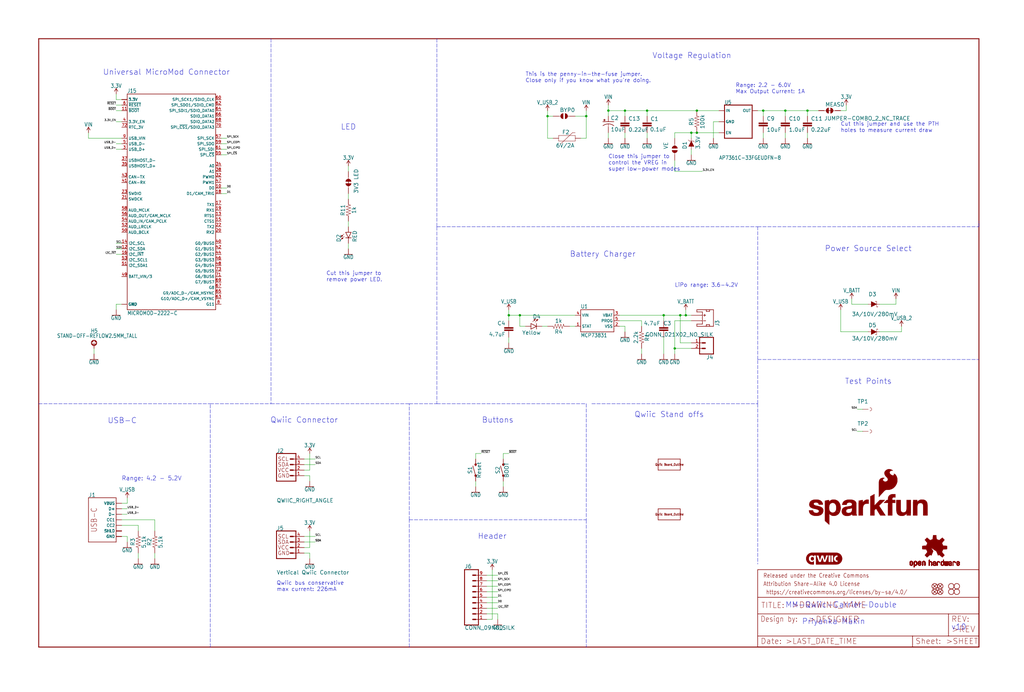
<source format=kicad_sch>
(kicad_sch (version 20211123) (generator eeschema)
  (paper "User" 470.306 317.906)
  (lib_symbols
    (symbol "eagleSchem-eagle-import:0.1UF-0603-25V-(+80{slash}-20%)"
      (property "Reference" "C" (at 1.524 2.921 0))
      (property "Value" "0.1UF-0603-25V-(+80{slash}-20%)" (at 1.524 -2.159 0))
      (symbol "0.1UF-0603-25V-(+80{slash}-20%)_1_0"
        (pin passive line (at 0 5.08 270) (length 2.54) (name "1") (number "1"))
        (pin passive line (at 0 -2.54 90) (length 2.54) (name "2") (number "2"))
      )
    )
    (symbol "eagleSchem-eagle-import:0.22UF-0603-25V-10%"
      (property "Reference" "C" (at 1.524 2.921 0))
      (property "Value" "0.22UF-0603-25V-10%" (at 1.524 -2.159 0))
      (symbol "0.22UF-0603-25V-10%_1_0"
        (pin passive line (at 0 5.08 270) (length 2.54) (name "1") (number "1"))
        (pin passive line (at 0 -2.54 90) (length 2.54) (name "2") (number "2"))
      )
    )
    (symbol "eagleSchem-eagle-import:1.0UF-0603-16V-10%"
      (property "Reference" "C" (at 1.524 2.921 0))
      (property "Value" "1.0UF-0603-16V-10%" (at 1.524 -2.159 0))
      (symbol "1.0UF-0603-16V-10%_1_0"
        (pin passive line (at 0 5.08 270) (length 2.54) (name "1") (number "1"))
        (pin passive line (at 0 -2.54 90) (length 2.54) (name "2") (number "2"))
      )
    )
    (symbol "eagleSchem-eagle-import:100KOHM-0603-1{slash}10W-1%"
      (property "Reference" "R" (at 0 1.524 0))
      (property "Value" "100KOHM-0603-1{slash}10W-1%" (at 0 -1.524 0))
      (symbol "100KOHM-0603-1{slash}10W-1%_1_0"
        (pin passive line (at -5.08 0 0) (length 2.54) (name "1") (number "1"))
        (pin passive line (at 5.08 0 180) (length 2.54) (name "2") (number "2"))
      )
    )
    (symbol "eagleSchem-eagle-import:10UF-0603-6.3V-20%"
      (property "Reference" "C" (at 1.524 2.921 0))
      (property "Value" "10UF-0603-6.3V-20%" (at 1.524 -2.159 0))
      (symbol "10UF-0603-6.3V-20%_1_0"
        (pin passive line (at 0 5.08 270) (length 2.54) (name "1") (number "1"))
        (pin passive line (at 0 -2.54 90) (length 2.54) (name "2") (number "2"))
      )
    )
    (symbol "eagleSchem-eagle-import:10UF-POLAR-EIA3216-16V-10%(TANT)"
      (property "Reference" "C" (at 1.016 0.635 0))
      (property "Value" "10UF-POLAR-EIA3216-16V-10%(TANT)" (at 1.016 -4.191 0))
      (symbol "10UF-POLAR-EIA3216-16V-10%(TANT)_1_0"
        (pin passive line (at 0 2.54 270) (length 2.54) (name "+") (number "+"))
        (pin passive line (at 0 -5.08 90) (length 2.54) (name "-") (number "-"))
      )
    )
    (symbol "eagleSchem-eagle-import:1KOHM-0603-1{slash}10W-1%"
      (property "Reference" "R" (at 0 1.524 0))
      (property "Value" "1KOHM-0603-1{slash}10W-1%" (at 0 -1.524 0))
      (symbol "1KOHM-0603-1{slash}10W-1%_1_0"
        (pin passive line (at -5.08 0 0) (length 2.54) (name "1") (number "1"))
        (pin passive line (at 5.08 0 180) (length 2.54) (name "2") (number "2"))
      )
    )
    (symbol "eagleSchem-eagle-import:2.2KOHM-0603-1{slash}10W-1%"
      (property "Reference" "R" (at 0 1.524 0))
      (property "Value" "2.2KOHM-0603-1{slash}10W-1%" (at 0 -1.524 0))
      (symbol "2.2KOHM-0603-1{slash}10W-1%_1_0"
        (pin passive line (at -5.08 0 0) (length 2.54) (name "1") (number "1"))
        (pin passive line (at 5.08 0 180) (length 2.54) (name "2") (number "2"))
      )
    )
    (symbol "eagleSchem-eagle-import:3.3V" (power)
      (property "Value" "3.3V" (at 0 2.794 0))
      (symbol "3.3V_1_0"
        (pin power_in line (at 0 0 90) (length 2.54) (name "3.3V") (number "1"))
      )
    )
    (symbol "eagleSchem-eagle-import:4.7UF-0603-35V-(20%)"
      (property "Reference" "C" (at 1.524 2.921 0))
      (property "Value" "4.7UF-0603-35V-(20%)" (at 1.524 -2.159 0))
      (symbol "4.7UF-0603-35V-(20%)_1_0"
        (pin passive line (at 0 5.08 270) (length 2.54) (name "1") (number "1"))
        (pin passive line (at 0 -2.54 90) (length 2.54) (name "2") (number "2"))
      )
    )
    (symbol "eagleSchem-eagle-import:5.1KOHM5.1KOHM-0603-1{slash}10W-1%"
      (property "Reference" "R" (at 0 1.524 0))
      (property "Value" "5.1KOHM5.1KOHM-0603-1{slash}10W-1%" (at 0 -1.524 0))
      (symbol "5.1KOHM5.1KOHM-0603-1{slash}10W-1%_1_0"
        (pin passive line (at -5.08 0 0) (length 2.54) (name "1") (number "1"))
        (pin passive line (at 5.08 0 180) (length 2.54) (name "2") (number "2"))
      )
    )
    (symbol "eagleSchem-eagle-import:AP7361C-33FGEUDFN-8"
      (property "Reference" "U" (at -7.62 7.874 0))
      (property "Value" "AP7361C-33FGEUDFN-8" (at -7.62 -7.874 0))
      (symbol "AP7361C-33FGEUDFN-8_1_0"
        (pin output line (at 7.62 5.08 180) (length 2.54) (name "OUT") (number "1"))
        (pin input line (at -10.16 0 0) (length 2.54) (name "GND") (number "4"))
        (pin bidirectional line (at -10.16 -5.08 0) (length 2.54) (name "EN") (number "5"))
        (pin input line (at -10.16 5.08 0) (length 2.54) (name "IN") (number "8"))
        (pin input line (at -10.16 0 0) (length 2.54) (name "GND") (number "EP"))
      )
    )
    (symbol "eagleSchem-eagle-import:CONN_021X02_NO_SILK"
      (property "Reference" "J" (at -2.54 5.588 0))
      (property "Value" "CONN_021X02_NO_SILK" (at -2.54 -4.826 0))
      (symbol "CONN_021X02_NO_SILK_1_0"
        (pin passive line (at 7.62 0 180) (length 5.08) (name "1") (number "1"))
        (pin passive line (at 7.62 2.54 180) (length 5.08) (name "2") (number "2"))
      )
    )
    (symbol "eagleSchem-eagle-import:CONN_09NO_SILK"
      (property "Reference" "J" (at 0 13.208 0))
      (property "Value" "CONN_09NO_SILK" (at 0 -14.986 0))
      (symbol "CONN_09NO_SILK_1_0"
        (pin passive line (at 10.16 -10.16 180) (length 5.08) (name "1") (number "1"))
        (pin passive line (at 10.16 -7.62 180) (length 5.08) (name "2") (number "2"))
        (pin passive line (at 10.16 -5.08 180) (length 5.08) (name "3") (number "3"))
        (pin passive line (at 10.16 -2.54 180) (length 5.08) (name "4") (number "4"))
        (pin passive line (at 10.16 0 180) (length 5.08) (name "5") (number "5"))
        (pin passive line (at 10.16 2.54 180) (length 5.08) (name "6") (number "6"))
        (pin passive line (at 10.16 5.08 180) (length 5.08) (name "7") (number "7"))
        (pin passive line (at 10.16 7.62 180) (length 5.08) (name "8") (number "8"))
        (pin passive line (at 10.16 10.16 180) (length 5.08) (name "9") (number "9"))
      )
    )
    (symbol "eagleSchem-eagle-import:DIODE-SCHOTTKY-BAT60A"
      (property "Reference" "D" (at -2.54 2.032 0))
      (property "Value" "DIODE-SCHOTTKY-BAT60A" (at -2.54 -2.032 0))
      (symbol "DIODE-SCHOTTKY-BAT60A_1_0"
        (pin passive line (at -2.54 0 0) (length 0) (name "A") (number "A"))
        (pin passive line (at 2.54 0 180) (length 0) (name "C") (number "C"))
      )
    )
    (symbol "eagleSchem-eagle-import:DIODE-ZENER-MM3Z3V3T1G"
      (property "Reference" "D" (at -2.54 2.032 0))
      (property "Value" "DIODE-ZENER-MM3Z3V3T1G" (at -2.54 -2.032 0))
      (symbol "DIODE-ZENER-MM3Z3V3T1G_1_0"
        (pin passive line (at -2.54 0 0) (length 0) (name "A") (number "A"))
        (pin passive line (at 2.54 0 180) (length 0) (name "C") (number "C"))
      )
    )
    (symbol "eagleSchem-eagle-import:FIDUCIALUFIDUCIAL")
    (symbol "eagleSchem-eagle-import:FRAME-LEDGER"
      (symbol "FRAME-LEDGER_2_0"
        (text " https://creativecommons.org/licenses/by-sa/4.0/" (at 2.54 24.13 0) (effects (font (size 1.9304 1.6408)) (justify left bottom)))
        (text ">DESIGNER" (at 23.114 11.176 0) (effects (font (size 2.7432 2.7432)) (justify left bottom)))
        (text ">DRAWING_NAME" (at 15.494 17.78 0) (effects (font (size 2.7432 2.7432)) (justify left bottom)))
        (text ">LAST_DATE_TIME" (at 12.7 1.27 0) (effects (font (size 2.54 2.54)) (justify left bottom)))
        (text ">REV" (at 88.9 6.604 0) (effects (font (size 2.7432 2.7432)) (justify left bottom)))
        (text ">SHEET" (at 86.36 1.27 0) (effects (font (size 2.54 2.54)) (justify left bottom)))
        (text "Attribution Share-Alike 4.0 License" (at 2.54 27.94 0) (effects (font (size 1.9304 1.6408)) (justify left bottom)))
        (text "Date:" (at 1.27 1.27 0) (effects (font (size 2.54 2.54)) (justify left bottom)))
        (text "Design by:" (at 1.27 11.43 0) (effects (font (size 2.54 2.159)) (justify left bottom)))
        (text "Released under the Creative Commons" (at 2.54 31.75 0) (effects (font (size 1.9304 1.6408)) (justify left bottom)))
        (text "REV:" (at 88.9 11.43 0) (effects (font (size 2.54 2.54)) (justify left bottom)))
        (text "Sheet:" (at 72.39 1.27 0) (effects (font (size 2.54 2.54)) (justify left bottom)))
        (text "TITLE:" (at 1.524 17.78 0) (effects (font (size 2.54 2.54)) (justify left bottom)))
      )
    )
    (symbol "eagleSchem-eagle-import:GND" (power)
      (property "Value" "GND" (at 0 -0.254 0))
      (symbol "GND_1_0"
        (pin power_in line (at 0 2.54 270) (length 2.54) (name "GND") (number "1"))
      )
    )
    (symbol "eagleSchem-eagle-import:JST_2MM_MALE"
      (property "Reference" "J" (at -2.54 5.842 0))
      (symbol "JST_2MM_MALE_1_0"
        (pin bidirectional line (at 0 -5.08 90) (length 5.08) (name "-") (number "1"))
        (pin bidirectional line (at 2.54 -5.08 90) (length 5.08) (name "+") (number "2"))
        (pin bidirectional line (at -2.54 2.54 90) (length 0) (name "PAD1") (number "NC1"))
        (pin bidirectional line (at 5.08 2.54 90) (length 0) (name "PAD2") (number "NC2"))
      )
    )
    (symbol "eagleSchem-eagle-import:JUMPER-COMBO_2_NC_TRACE"
      (property "Reference" "JP" (at -2.54 2.54 0))
      (property "Value" "JUMPER-COMBO_2_NC_TRACE" (at -2.54 -2.54 0))
      (symbol "JUMPER-COMBO_2_NC_TRACE_1_0"
        (pin passive line (at -5.08 0 0) (length 2.54) (name "1") (number "1"))
        (pin passive line (at 5.08 0 180) (length 2.54) (name "2") (number "2"))
        (pin passive line (at -5.08 0 0) (length 2.54) (name "1") (number "3"))
        (pin passive line (at 5.08 0 180) (length 2.54) (name "2") (number "4"))
      )
    )
    (symbol "eagleSchem-eagle-import:JUMPER-SMT_2_NC_TRACE_SILK"
      (property "Reference" "JP" (at -2.54 2.54 0))
      (property "Value" "JUMPER-SMT_2_NC_TRACE_SILK" (at -2.54 -2.54 0))
      (symbol "JUMPER-SMT_2_NC_TRACE_SILK_1_0"
        (pin passive line (at -5.08 0 0) (length 2.54) (name "1") (number "1"))
        (pin passive line (at 5.08 0 180) (length 2.54) (name "2") (number "2"))
      )
    )
    (symbol "eagleSchem-eagle-import:JUMPER-SMT_2_NO_SILK"
      (property "Reference" "JP" (at -2.54 2.54 0))
      (property "Value" "JUMPER-SMT_2_NO_SILK" (at -2.54 -2.54 0))
      (symbol "JUMPER-SMT_2_NO_SILK_1_0"
        (pin passive line (at -5.08 0 0) (length 2.54) (name "1") (number "1"))
        (pin passive line (at 5.08 0 180) (length 2.54) (name "2") (number "2"))
      )
    )
    (symbol "eagleSchem-eagle-import:LED-RED0603"
      (property "Reference" "D" (at -3.429 -4.572 90))
      (property "Value" "LED-RED0603" (at 1.905 -4.572 90))
      (symbol "LED-RED0603_1_0"
        (pin passive line (at 0 2.54 270) (length 2.54) (name "A") (number "A"))
        (pin passive line (at 0 -5.08 90) (length 2.54) (name "C") (number "C"))
      )
    )
    (symbol "eagleSchem-eagle-import:LED-YELLOW0603"
      (property "Reference" "D" (at -3.429 -4.572 90))
      (property "Value" "LED-YELLOW0603" (at 1.905 -4.572 90))
      (symbol "LED-YELLOW0603_1_0"
        (pin passive line (at 0 2.54 270) (length 2.54) (name "A") (number "A"))
        (pin passive line (at 0 -5.08 90) (length 2.54) (name "C") (number "C"))
      )
    )
    (symbol "eagleSchem-eagle-import:MCP73831"
      (property "Reference" "U" (at -7.62 5.588 0))
      (property "Value" "MCP73831" (at -7.62 -7.62 0))
      (symbol "MCP73831_1_0"
        (pin output line (at -10.16 -2.54 0) (length 2.54) (name "STAT") (number "1"))
        (pin power_in line (at 10.16 -2.54 180) (length 2.54) (name "VSS") (number "2"))
        (pin power_in line (at 10.16 2.54 180) (length 2.54) (name "VBAT") (number "3"))
        (pin power_in line (at -10.16 2.54 0) (length 2.54) (name "VIN") (number "4"))
        (pin input line (at 10.16 0 180) (length 2.54) (name "PROG") (number "5"))
      )
    )
    (symbol "eagleSchem-eagle-import:MICROMOD-2222-C"
      (property "Reference" "J" (at -20.32 53.848 0))
      (property "Value" "MICROMOD-2222-C" (at -20.32 -48.26 0))
      (symbol "MICROMOD-2222-C_1_0"
        (pin bidirectional line (at -22.86 -43.18 0) (length 2.54) (name "GND") (number "1"))
        (pin bidirectional line (at 22.86 10.16 180) (length 2.54) (name "D0") (number "10"))
        (pin bidirectional line (at -22.86 45.72 0) (length 2.54) (name "~{BOOT}") (number "11"))
        (pin bidirectional line (at -22.86 -17.78 0) (length 2.54) (name "I2C_SDA") (number "12"))
        (pin bidirectional line (at 22.86 -2.54 180) (length 2.54) (name "RTS1") (number "13"))
        (pin bidirectional line (at -22.86 -15.24 0) (length 2.54) (name "I2C_SCL") (number "14"))
        (pin bidirectional line (at 22.86 -5.08 180) (length 2.54) (name "CTS1") (number "15"))
        (pin bidirectional line (at -22.86 -20.32 0) (length 2.54) (name "I2C_~{INT}") (number "16"))
        (pin bidirectional line (at 22.86 2.54 180) (length 2.54) (name "TX1") (number "17"))
        (pin bidirectional line (at 22.86 7.62 180) (length 2.54) (name "D1/CAM_TRIG") (number "18"))
        (pin bidirectional line (at 22.86 0 180) (length 2.54) (name "RX1") (number "19"))
        (pin bidirectional line (at -22.86 50.8 0) (length 2.54) (name "3.3V") (number "2"))
        (pin bidirectional line (at 22.86 -10.16 180) (length 2.54) (name "RX2") (number "20"))
        (pin bidirectional line (at -22.86 5.08 0) (length 2.54) (name "SWDCK") (number "21"))
        (pin bidirectional line (at 22.86 -7.62 180) (length 2.54) (name "TX2") (number "22"))
        (pin bidirectional line (at -22.86 7.62 0) (length 2.54) (name "SWDIO") (number "23"))
        (pin bidirectional line (at -22.86 27.94 0) (length 2.54) (name "USB_D+") (number "3"))
        (pin bidirectional line (at 22.86 15.24 180) (length 2.54) (name "PWM0") (number "32"))
        (pin bidirectional line (at -22.86 -43.18 0) (length 2.54) (name "GND") (number "33"))
        (pin bidirectional line (at 22.86 20.32 180) (length 2.54) (name "A0") (number "34"))
        (pin bidirectional line (at -22.86 20.32 0) (length 2.54) (name "USBHOST_D+") (number "35"))
        (pin bidirectional line (at -22.86 -43.18 0) (length 2.54) (name "GND") (number "36"))
        (pin bidirectional line (at -22.86 22.86 0) (length 2.54) (name "USBHOST_D-") (number "37"))
        (pin bidirectional line (at 22.86 17.78 180) (length 2.54) (name "A1") (number "38"))
        (pin bidirectional line (at -22.86 -43.18 0) (length 2.54) (name "GND") (number "39"))
        (pin bidirectional line (at -22.86 40.64 0) (length 2.54) (name "3.3V_EN") (number "4"))
        (pin bidirectional line (at 22.86 -15.24 180) (length 2.54) (name "G0/BUS0") (number "40"))
        (pin bidirectional line (at -22.86 12.7 0) (length 2.54) (name "CAN-RX") (number "41"))
        (pin bidirectional line (at 22.86 -17.78 180) (length 2.54) (name "G1/BUS1") (number "42"))
        (pin bidirectional line (at -22.86 15.24 0) (length 2.54) (name "CAN-TX") (number "43"))
        (pin bidirectional line (at 22.86 -20.32 180) (length 2.54) (name "G2/BUS2") (number "44"))
        (pin bidirectional line (at -22.86 -43.18 0) (length 2.54) (name "GND") (number "45"))
        (pin bidirectional line (at 22.86 -22.86 180) (length 2.54) (name "G3/BUS3") (number "46"))
        (pin bidirectional line (at 22.86 12.7 180) (length 2.54) (name "PWM1") (number "47"))
        (pin bidirectional line (at 22.86 -25.4 180) (length 2.54) (name "G4/BUS4") (number "48"))
        (pin bidirectional line (at -22.86 -30.48 0) (length 2.54) (name "BATT_VIN/3") (number "49"))
        (pin bidirectional line (at -22.86 30.48 0) (length 2.54) (name "USB_D-") (number "5"))
        (pin bidirectional line (at -22.86 -10.16 0) (length 2.54) (name "AUD_BCLK") (number "50"))
        (pin bidirectional line (at -22.86 -25.4 0) (length 2.54) (name "I2C_SDA1") (number "51"))
        (pin bidirectional line (at -22.86 -7.62 0) (length 2.54) (name "AUD_LRCLK") (number "52"))
        (pin bidirectional line (at -22.86 -22.86 0) (length 2.54) (name "I2C_SCL1") (number "53"))
        (pin bidirectional line (at -22.86 -5.08 0) (length 2.54) (name "AUD_IN/CAM_PCLK") (number "54"))
        (pin bidirectional line (at 22.86 25.4 180) (length 2.54) (name "SPI_~{CS}") (number "55"))
        (pin bidirectional line (at -22.86 -2.54 0) (length 2.54) (name "AUD_OUT/CAM_MCLK") (number "56"))
        (pin bidirectional line (at 22.86 33.02 180) (length 2.54) (name "SPI_SCK") (number "57"))
        (pin bidirectional line (at -22.86 0 0) (length 2.54) (name "AUD_MCLK") (number "58"))
        (pin bidirectional line (at 22.86 30.48 180) (length 2.54) (name "SPI_SDO") (number "59"))
        (pin bidirectional line (at -22.86 48.26 0) (length 2.54) (name "~{RESET}") (number "6"))
        (pin bidirectional line (at 22.86 50.8 180) (length 2.54) (name "SPI_SCK1/SDIO_CLK") (number "60"))
        (pin bidirectional line (at 22.86 27.94 180) (length 2.54) (name "SPI_SDI") (number "61"))
        (pin bidirectional line (at 22.86 48.26 180) (length 2.54) (name "SPI_SDO1/SDIO_CMD") (number "62"))
        (pin bidirectional line (at 22.86 -40.64 180) (length 2.54) (name "G10/ADC_D+/CAM_VSYNC") (number "63"))
        (pin bidirectional line (at 22.86 45.72 180) (length 2.54) (name "SPI_SDI1/SDIO_DATA0") (number "64"))
        (pin bidirectional line (at 22.86 -38.1 180) (length 2.54) (name "G9/ADC_D-/CAM_HSYNC") (number "65"))
        (pin bidirectional line (at 22.86 43.18 180) (length 2.54) (name "SDIO_DATA1") (number "66"))
        (pin bidirectional line (at 22.86 -35.56 180) (length 2.54) (name "G8") (number "67"))
        (pin bidirectional line (at 22.86 40.64 180) (length 2.54) (name "SDIO_DATA2") (number "68"))
        (pin bidirectional line (at 22.86 -33.02 180) (length 2.54) (name "G7/BUS7") (number "69"))
        (pin bidirectional line (at -22.86 -43.18 0) (length 2.54) (name "GND") (number "7"))
        (pin bidirectional line (at 22.86 38.1 180) (length 2.54) (name "SPI_~{CS1}/SDIO_DATA3") (number "70"))
        (pin bidirectional line (at 22.86 -30.48 180) (length 2.54) (name "G6/BUS6") (number "71"))
        (pin bidirectional line (at -22.86 38.1 0) (length 2.54) (name "RTC_3V") (number "72"))
        (pin bidirectional line (at 22.86 -27.94 180) (length 2.54) (name "G5/BUS5") (number "73"))
        (pin bidirectional line (at -22.86 50.8 0) (length 2.54) (name "3.3V") (number "74"))
        (pin bidirectional line (at -22.86 -43.18 0) (length 2.54) (name "GND") (number "75"))
        (pin bidirectional line (at 22.86 -43.18 180) (length 2.54) (name "G11") (number "8"))
        (pin bidirectional line (at -22.86 33.02 0) (length 2.54) (name "USB_VIN") (number "9"))
      )
    )
    (symbol "eagleSchem-eagle-import:MOMENTARY-SWITCH-SPST-SMD-5.2-TALL-REDUNDANT"
      (property "Reference" "S" (at 0 1.524 0))
      (property "Value" "MOMENTARY-SWITCH-SPST-SMD-5.2-TALL-REDUNDANT" (at 0 -0.508 0))
      (symbol "MOMENTARY-SWITCH-SPST-SMD-5.2-TALL-REDUNDANT_1_0"
        (pin passive line (at -5.08 0 0) (length 2.54) (name "1") (number "1"))
        (pin passive line (at -5.08 0 0) (length 2.54) (name "1") (number "2"))
        (pin passive line (at 5.08 0 180) (length 2.54) (name "2") (number "3"))
        (pin passive line (at 5.08 0 180) (length 2.54) (name "2") (number "4"))
      )
    )
    (symbol "eagleSchem-eagle-import:OSHW-LOGOM")
    (symbol "eagleSchem-eagle-import:PPTC_6V2A"
      (property "Reference" "F" (at 1.905 3.175 0))
      (property "Value" "PPTC_6V2A" (at 1.27 -2.794 0))
      (symbol "PPTC_6V2A_1_0"
        (pin bidirectional line (at -5.08 0 0) (length 2.54) (name "1") (number "1"))
        (pin bidirectional line (at 7.62 0 180) (length 2.54) (name "2") (number "2"))
      )
    )
    (symbol "eagleSchem-eagle-import:QWIIC_BOARD_OUTLINESTANDOFF"
      (symbol "QWIIC_BOARD_OUTLINESTANDOFF_1_0"
        (text "Qwiic Board_Outline" (at 0.127 0 0) (effects (font (size 1.016 0.8636) (thickness 0.1727) bold)))
      )
    )
    (symbol "eagleSchem-eagle-import:QWIIC_CONNECTOR"
      (property "Reference" "J" (at -5.08 7.874 0))
      (property "Value" "QWIIC_CONNECTOR" (at -5.08 -5.334 0))
      (symbol "QWIIC_CONNECTOR_1_0"
        (text "GND" (at -4.572 -2.54 0) (effects (font (size 1.778 1.778)) (justify left)))
        (text "SCL" (at -4.572 5.08 0) (effects (font (size 1.778 1.778)) (justify left)))
        (text "SDA" (at -4.572 2.54 0) (effects (font (size 1.778 1.778)) (justify left)))
        (text "VCC" (at -4.572 0 0) (effects (font (size 1.778 1.778)) (justify left)))
        (pin power_in line (at 7.62 -2.54 180) (length 5.08) (name "1") (number "1"))
        (pin power_in line (at 7.62 0 180) (length 5.08) (name "2") (number "2"))
        (pin passive line (at 7.62 2.54 180) (length 5.08) (name "3") (number "3"))
        (pin passive line (at 7.62 5.08 180) (length 5.08) (name "4") (number "4"))
      )
    )
    (symbol "eagleSchem-eagle-import:QWIIC_CONNECTORJS-1MM"
      (property "Reference" "J" (at -5.08 7.874 0))
      (property "Value" "QWIIC_CONNECTORJS-1MM" (at -5.08 -5.334 0))
      (symbol "QWIIC_CONNECTORJS-1MM_1_0"
        (text "GND" (at -4.572 -2.54 0) (effects (font (size 1.778 1.778)) (justify left)))
        (text "SCL" (at -4.572 5.08 0) (effects (font (size 1.778 1.778)) (justify left)))
        (text "SDA" (at -4.572 2.54 0) (effects (font (size 1.778 1.778)) (justify left)))
        (text "VCC" (at -4.572 0 0) (effects (font (size 1.778 1.778)) (justify left)))
        (pin power_in line (at 7.62 -2.54 180) (length 5.08) (name "1") (number "1"))
        (pin power_in line (at 7.62 0 180) (length 5.08) (name "2") (number "2"))
        (pin passive line (at 7.62 2.54 180) (length 5.08) (name "3") (number "3"))
        (pin passive line (at 7.62 5.08 180) (length 5.08) (name "4") (number "4"))
      )
    )
    (symbol "eagleSchem-eagle-import:QWIIC_LOGO_CONNECTOR")
    (symbol "eagleSchem-eagle-import:SFE_LOGO_NAME_FLAME.2_INCH")
    (symbol "eagleSchem-eagle-import:STAND-OFF")
    (symbol "eagleSchem-eagle-import:STAND-OFF-REFLOW2.5MM_TALL"
      (property "Reference" "H" (at -2.54 2.54 0))
      (property "Value" "STAND-OFF-REFLOW2.5MM_TALL" (at 2.54 0 0))
      (symbol "STAND-OFF-REFLOW2.5MM_TALL_1_0"
        (pin bidirectional line (at 0 -2.54 90) (length 2.54) (name "1") (number "1"))
      )
    )
    (symbol "eagleSchem-eagle-import:TEST-POINT3X5"
      (property "Reference" "TP" (at -2.54 2.54 0))
      (property "Value" "TEST-POINT3X5" (at -2.54 -2.54 0))
      (symbol "TEST-POINT3X5_1_0"
        (pin bidirectional line (at 0 0 180) (length 0) (name "1") (number "P$1"))
      )
    )
    (symbol "eagleSchem-eagle-import:USB_C_2-LAYER_PADS"
      (property "Reference" "J" (at -2.54 10.414 0))
      (property "Value" "USB_C_2-LAYER_PADS" (at -2.54 -12.446 0))
      (symbol "USB_C_2-LAYER_PADS_1_0"
        (text "USB-C" (at 0 0 900) (effects (font (size 2.54 2.159))))
        (pin bidirectional line (at 12.7 0 180) (length 2.54) (name "CC1") (number "A5"))
        (pin bidirectional line (at 12.7 5.08 180) (length 2.54) (name "D+") (number "A6"))
        (pin bidirectional line (at 12.7 2.54 180) (length 2.54) (name "D-") (number "A7"))
        (pin bidirectional line (at 12.7 -2.54 180) (length 2.54) (name "CC2") (number "B5"))
        (pin bidirectional line (at 12.7 5.08 180) (length 2.54) (name "D+") (number "B6"))
        (pin bidirectional line (at 12.7 2.54 180) (length 2.54) (name "D-") (number "B7"))
        (pin bidirectional line (at 12.7 -7.62 180) (length 2.54) (name "GND") (number "GND"))
        (pin bidirectional line (at 12.7 -7.62 180) (length 2.54) (name "GND") (number "GND2"))
        (pin bidirectional line (at 12.7 -5.08 180) (length 2.54) (name "SHLD") (number "SHLD1"))
        (pin bidirectional line (at 12.7 -5.08 180) (length 2.54) (name "SHLD") (number "SHLD2"))
        (pin bidirectional line (at 12.7 -5.08 180) (length 2.54) (name "SHLD") (number "SHLD3"))
        (pin bidirectional line (at 12.7 -5.08 180) (length 2.54) (name "SHLD") (number "SHLD4"))
        (pin bidirectional line (at 12.7 7.62 180) (length 2.54) (name "VBUS") (number "VBUS1"))
        (pin bidirectional line (at 12.7 7.62 180) (length 2.54) (name "VBUS") (number "VBUS2"))
      )
    )
    (symbol "eagleSchem-eagle-import:VIN" (power)
      (property "Value" "VIN" (at 0 2.794 0))
      (symbol "VIN_1_0"
        (pin power_in line (at 0 0 90) (length 2.54) (name "VIN") (number "1"))
      )
    )
    (symbol "eagleSchem-eagle-import:V_BATT" (power)
      (property "Value" "V_BATT" (at 0 2.794 0))
      (symbol "V_BATT_1_0"
        (pin power_in line (at 0 0 90) (length 2.54) (name "V_BATT") (number "1"))
      )
    )
    (symbol "eagleSchem-eagle-import:V_USB" (power)
      (property "Value" "V_USB" (at 0 2.794 0))
      (symbol "V_USB_1_0"
        (pin power_in line (at 0 0 90) (length 2.54) (name "V_USB") (number "1"))
      )
    )
    (symbol "eagleSchem-eagle-import:V_USB_2" (power)
      (property "Value" "V_USB_2" (at 0 2.794 0))
      (symbol "V_USB_2_1_0"
        (pin power_in line (at 0 0 90) (length 2.54) (name "V_USB_2") (number "1"))
      )
    )
  )
  (junction (at 370.84 50.8))
  (junction (at 312.42 144.78))
  (junction (at 251.46 53.34))
  (junction (at 297.18 50.8))
  (junction (at 350.52 50.8))
  (junction (at 314.96 144.78))
  (junction (at 287.02 50.8))
  (junction (at 317.5 60.96))
  (junction (at 309.88 160.02))
  (junction (at 233.68 144.78))
  (junction (at 304.8 144.78))
  (junction (at 238.76 144.78))
  (junction (at 320.04 60.96))
  (junction (at 320.04 50.8))
  (junction (at 360.68 50.8))
  (junction (at 279.4 50.8))
  (junction (at 269.24 53.34))
  (wire (pts (xy 218.44 220.98) (xy 218.44 223.52)))
  (polyline (pts (xy 124.46 17.78) (xy 124.46 185.42)))
  (wire (pts (xy 287.02 149.86) (xy 287.02 152.4)))
  (wire (pts (xy 279.4 63.5) (xy 279.4 60.96)))
  (wire (pts (xy 330.2 60.96) (xy 320.04 60.96)))
  (wire (pts (xy 309.88 78.74) (xy 322.58 78.74)))
  (wire (pts (xy 231.14 223.52) (xy 231.14 220.98)))
  (polyline (pts (xy 124.46 185.42) (xy 187.96 185.42)))
  (wire (pts (xy 55.88 55.88) (xy 53.34 55.88)))
  (wire (pts (xy 304.8 154.94) (xy 304.8 162.56)))
  (wire (pts (xy 58.42 231.14) (xy 58.42 228.6)))
  (wire (pts (xy 314.96 144.78) (xy 317.5 144.78)))
  (wire (pts (xy 370.84 50.8) (xy 360.68 50.8)))
  (wire (pts (xy 63.5 256.54) (xy 63.5 254)))
  (wire (pts (xy 411.48 139.7) (xy 411.48 137.16)))
  (wire (pts (xy 391.16 139.7) (xy 391.16 137.16)))
  (wire (pts (xy 360.68 50.8) (xy 350.52 50.8)))
  (polyline (pts (xy 269.24 238.76) (xy 269.24 297.18)))
  (wire (pts (xy 55.88 236.22) (xy 58.42 236.22)))
  (wire (pts (xy 350.52 50.8) (xy 347.98 50.8)))
  (wire (pts (xy 238.76 149.86) (xy 238.76 144.78)))
  (wire (pts (xy 251.46 53.34) (xy 251.46 50.8)))
  (wire (pts (xy 226.06 284.48) (xy 226.06 261.62)))
  (polyline (pts (xy 17.78 185.42) (xy 96.52 185.42)))
  (polyline (pts (xy 187.96 185.42) (xy 200.66 185.42)))
  (wire (pts (xy 251.46 53.34) (xy 251.46 63.5)))
  (wire (pts (xy 261.62 149.86) (xy 264.16 149.86)))
  (wire (pts (xy 142.24 218.44) (xy 142.24 220.98)))
  (wire (pts (xy 312.42 157.48) (xy 312.42 144.78)))
  (wire (pts (xy 220.98 208.28) (xy 218.44 208.28)))
  (wire (pts (xy 350.52 63.5) (xy 350.52 60.96)))
  (polyline (pts (xy 200.66 185.42) (xy 269.24 185.42)))
  (wire (pts (xy 254 53.34) (xy 251.46 53.34)))
  (wire (pts (xy 55.88 111.76) (xy 53.34 111.76)))
  (wire (pts (xy 386.08 152.4) (xy 386.08 142.24)))
  (wire (pts (xy 223.52 264.16) (xy 228.6 264.16)))
  (wire (pts (xy 287.02 63.5) (xy 287.02 60.96)))
  (wire (pts (xy 398.78 139.7) (xy 391.16 139.7)))
  (wire (pts (xy 317.5 157.48) (xy 312.42 157.48)))
  (wire (pts (xy 269.24 53.34) (xy 269.24 50.8)))
  (wire (pts (xy 101.6 66.04) (xy 104.14 66.04)))
  (wire (pts (xy 160.02 114.3) (xy 160.02 111.76)))
  (wire (pts (xy 55.88 233.68) (xy 58.42 233.68)))
  (wire (pts (xy 223.52 269.24) (xy 228.6 269.24)))
  (wire (pts (xy 231.14 210.82) (xy 231.14 208.28)))
  (polyline (pts (xy 449.58 104.14) (xy 449.58 101.6)))
  (wire (pts (xy 233.68 154.94) (xy 233.68 157.48)))
  (wire (pts (xy 55.88 241.3) (xy 63.5 241.3)))
  (wire (pts (xy 309.88 160.02) (xy 309.88 162.56)))
  (wire (pts (xy 284.48 147.32) (xy 294.64 147.32)))
  (wire (pts (xy 139.7 251.46) (xy 142.24 251.46)))
  (wire (pts (xy 233.68 147.32) (xy 233.68 144.78)))
  (wire (pts (xy 40.64 63.5) (xy 40.64 60.96)))
  (wire (pts (xy 43.18 162.56) (xy 43.18 160.02)))
  (wire (pts (xy 160.02 91.44) (xy 160.02 88.9)))
  (wire (pts (xy 370.84 63.5) (xy 370.84 60.96)))
  (wire (pts (xy 63.5 241.3) (xy 63.5 243.84)))
  (wire (pts (xy 58.42 246.38) (xy 58.42 248.92)))
  (polyline (pts (xy 96.52 185.42) (xy 124.46 185.42)))
  (wire (pts (xy 320.04 50.8) (xy 297.18 50.8)))
  (wire (pts (xy 71.12 256.54) (xy 71.12 254)))
  (wire (pts (xy 309.88 60.96) (xy 317.5 60.96)))
  (wire (pts (xy 279.4 50.8) (xy 279.4 48.26)))
  (wire (pts (xy 101.6 88.9) (xy 104.14 88.9)))
  (polyline (pts (xy 347.98 185.42) (xy 347.98 165.1)))
  (polyline (pts (xy 347.98 165.1) (xy 449.58 165.1)))
  (wire (pts (xy 287.02 50.8) (xy 279.4 50.8)))
  (wire (pts (xy 317.5 63.5) (xy 317.5 60.96)))
  (wire (pts (xy 327.66 55.88) (xy 327.66 63.5)))
  (wire (pts (xy 55.88 48.26) (xy 53.34 48.26)))
  (wire (pts (xy 231.14 208.28) (xy 233.68 208.28)))
  (wire (pts (xy 317.5 60.96) (xy 320.04 60.96)))
  (polyline (pts (xy 187.96 297.18) (xy 187.96 238.76)))
  (wire (pts (xy 396.24 187.96) (xy 393.7 187.96)))
  (wire (pts (xy 330.2 50.8) (xy 320.04 50.8)))
  (wire (pts (xy 403.86 139.7) (xy 411.48 139.7)))
  (wire (pts (xy 238.76 144.78) (xy 233.68 144.78)))
  (polyline (pts (xy 96.52 297.18) (xy 96.52 185.42)))
  (wire (pts (xy 386.08 50.8) (xy 388.62 50.8)))
  (wire (pts (xy 279.4 53.34) (xy 279.4 50.8)))
  (polyline (pts (xy 200.66 104.14) (xy 347.98 104.14)))
  (wire (pts (xy 53.34 45.72) (xy 53.34 43.18)))
  (wire (pts (xy 223.52 274.32) (xy 228.6 274.32)))
  (wire (pts (xy 228.6 281.94) (xy 228.6 284.48)))
  (wire (pts (xy 314.96 142.24) (xy 314.96 144.78)))
  (wire (pts (xy 55.88 45.72) (xy 53.34 45.72)))
  (wire (pts (xy 160.02 104.14) (xy 160.02 101.6)))
  (wire (pts (xy 360.68 63.5) (xy 360.68 60.96)))
  (wire (pts (xy 223.52 266.7) (xy 228.6 266.7)))
  (wire (pts (xy 294.64 162.56) (xy 294.64 160.02)))
  (wire (pts (xy 309.88 73.66) (xy 309.88 78.74)))
  (wire (pts (xy 309.88 63.5) (xy 309.88 60.96)))
  (polyline (pts (xy 347.98 165.1) (xy 347.98 104.14)))
  (wire (pts (xy 139.7 248.92) (xy 144.78 248.92)))
  (wire (pts (xy 317.5 71.12) (xy 317.5 68.58)))
  (polyline (pts (xy 271.78 185.42) (xy 347.98 185.42)))
  (wire (pts (xy 297.18 53.34) (xy 297.18 50.8)))
  (wire (pts (xy 233.68 144.78) (xy 233.68 142.24)))
  (wire (pts (xy 284.48 144.78) (xy 304.8 144.78)))
  (wire (pts (xy 101.6 68.58) (xy 104.14 68.58)))
  (wire (pts (xy 139.7 210.82) (xy 144.78 210.82)))
  (wire (pts (xy 142.24 254) (xy 142.24 256.54)))
  (polyline (pts (xy 269.24 185.42) (xy 269.24 238.76)))
  (wire (pts (xy 139.7 215.9) (xy 142.24 215.9)))
  (wire (pts (xy 304.8 144.78) (xy 312.42 144.78)))
  (wire (pts (xy 266.7 63.5) (xy 269.24 63.5)))
  (wire (pts (xy 370.84 53.34) (xy 370.84 50.8)))
  (wire (pts (xy 139.7 218.44) (xy 142.24 218.44)))
  (wire (pts (xy 248.92 149.86) (xy 251.46 149.86)))
  (wire (pts (xy 414.02 152.4) (xy 403.86 152.4)))
  (wire (pts (xy 264.16 144.78) (xy 238.76 144.78)))
  (wire (pts (xy 223.52 281.94) (xy 228.6 281.94)))
  (wire (pts (xy 101.6 63.5) (xy 104.14 63.5)))
  (wire (pts (xy 139.7 213.36) (xy 144.78 213.36)))
  (wire (pts (xy 53.34 139.7) (xy 53.34 142.24)))
  (wire (pts (xy 330.2 55.88) (xy 327.66 55.88)))
  (wire (pts (xy 317.5 147.32) (xy 309.88 147.32)))
  (wire (pts (xy 55.88 114.3) (xy 53.34 114.3)))
  (wire (pts (xy 142.24 215.9) (xy 142.24 208.28)))
  (wire (pts (xy 297.18 50.8) (xy 287.02 50.8)))
  (wire (pts (xy 55.88 116.84) (xy 53.34 116.84)))
  (polyline (pts (xy 187.96 238.76) (xy 269.24 238.76)))
  (wire (pts (xy 304.8 147.32) (xy 304.8 144.78)))
  (wire (pts (xy 398.78 152.4) (xy 386.08 152.4)))
  (wire (pts (xy 312.42 144.78) (xy 314.96 144.78)))
  (wire (pts (xy 375.92 50.8) (xy 370.84 50.8)))
  (wire (pts (xy 241.3 149.86) (xy 238.76 149.86)))
  (wire (pts (xy 71.12 238.76) (xy 71.12 243.84)))
  (wire (pts (xy 223.52 271.78) (xy 228.6 271.78)))
  (wire (pts (xy 396.24 198.12) (xy 393.7 198.12)))
  (wire (pts (xy 101.6 86.36) (xy 104.14 86.36)))
  (wire (pts (xy 360.68 53.34) (xy 360.68 50.8)))
  (wire (pts (xy 251.46 63.5) (xy 254 63.5)))
  (wire (pts (xy 317.5 160.02) (xy 309.88 160.02)))
  (wire (pts (xy 55.88 139.7) (xy 53.34 139.7)))
  (wire (pts (xy 294.64 147.32) (xy 294.64 149.86)))
  (wire (pts (xy 309.88 147.32) (xy 309.88 160.02)))
  (wire (pts (xy 223.52 279.4) (xy 228.6 279.4)))
  (wire (pts (xy 284.48 149.86) (xy 287.02 149.86)))
  (wire (pts (xy 55.88 238.76) (xy 71.12 238.76)))
  (wire (pts (xy 55.88 63.5) (xy 40.64 63.5)))
  (wire (pts (xy 388.62 48.26) (xy 388.62 50.8)))
  (wire (pts (xy 55.88 66.04) (xy 53.34 66.04)))
  (wire (pts (xy 55.88 231.14) (xy 58.42 231.14)))
  (wire (pts (xy 287.02 50.8) (xy 287.02 53.34)))
  (wire (pts (xy 264.16 53.34) (xy 269.24 53.34)))
  (wire (pts (xy 139.7 254) (xy 142.24 254)))
  (polyline (pts (xy 347.98 185.42) (xy 347.98 259.08)))
  (wire (pts (xy 297.18 63.5) (xy 297.18 60.96)))
  (polyline (pts (xy 347.98 104.14) (xy 449.58 104.14)))
  (wire (pts (xy 101.6 71.12) (xy 104.14 71.12)))
  (polyline (pts (xy 200.66 104.14) (xy 200.66 185.42)))
  (wire (pts (xy 218.44 210.82) (xy 218.44 208.28)))
  (polyline (pts (xy 200.66 17.78) (xy 200.66 104.14)))
  (wire (pts (xy 350.52 53.34) (xy 350.52 50.8)))
  (wire (pts (xy 139.7 246.38) (xy 144.78 246.38)))
  (wire (pts (xy 223.52 284.48) (xy 226.06 284.48)))
  (wire (pts (xy 414.02 152.4) (xy 414.02 149.86)))
  (wire (pts (xy 269.24 53.34) (xy 269.24 63.5)))
  (polyline (pts (xy 187.96 238.76) (xy 187.96 185.42)))
  (wire (pts (xy 223.52 276.86) (xy 228.6 276.86)))
  (wire (pts (xy 55.88 50.8) (xy 53.34 50.8)))
  (wire (pts (xy 160.02 78.74) (xy 160.02 76.2)))
  (wire (pts (xy 55.88 246.38) (xy 58.42 246.38)))
  (wire (pts (xy 55.88 68.58) (xy 53.34 68.58)))
  (wire (pts (xy 142.24 251.46) (xy 142.24 243.84)))
  (text "Cut this jumper and use the PTH\nholes to measure current draw" (at 386.08 60.96 0) (effects (font (size 1.778 1.778)) (justify left bottom)))
  (text "Cut this jumper to\nremove power LED." (at 149.86 129.54 180) (effects (font (size 1.778 1.778)) (justify left bottom)))
  (text "Buttons" (at 228.6 193.04 180) (effects (font (size 2.54 2.54))))
  (text "v10" (at 436.88 289.56 180) (effects (font (size 2.54 2.54)) (justify left bottom)))
  (text "Qwiic bus conservative\nmax current: 226mA" (at 127 271.78 180) (effects (font (size 1.778 1.778)) (justify left bottom)))
  (text "USB-C" (at 56.134 193.294 180) (effects (font (size 2.54 2.54))))
  (text "Range: 4.2 - 5.2V" (at 55.88 220.98 180) (effects (font (size 1.9304 1.9304)) (justify left bottom)))
  (text "Power Source Select" (at 398.78 114.3 180) (effects (font (size 2.54 2.54))))
  (text "Range: 2.2 - 6.0V\nMax Output Current: 1A" (at 337.82 43.18 180) (effects (font (size 1.778 1.778)) (justify left bottom)))
  (text "Qwiic Connector" (at 139.7 193.04 180) (effects (font (size 2.54 2.54))))
  (text "Priyanka Makin" (at 368.3 287.02 180) (effects (font (size 2.54 2.54)) (justify left bottom)))
  (text "Header" (at 226.06 246.38 180) (effects (font (size 2.54 2.54))))
  (text "This is the penny-in-the-fuse jumper.\nClose only if you know what you're doing." (at 241.3 38.1 0) (effects (font (size 1.778 1.778)) (justify left bottom)))
  (text "Voltage Regulation" (at 317.754 25.654 180) (effects (font (size 2.54 2.54))))
  (text "LED" (at 160.02 58.42 180) (effects (font (size 2.54 2.54))))
  (text "Close this jumper to\ncontrol the VREG in\nsuper low-power modes" (at 279.4 78.74 0) (effects (font (size 1.778 1.778)) (justify left bottom)))
  (text "Universal MicroMod Connector" (at 76.454 33.274 180) (effects (font (size 2.54 2.54))))
  (text "MM-Qwiic-Carrier-Double" (at 360.68 279.4 180) (effects (font (size 2.54 2.54)) (justify left bottom)))
  (text "Battery Charger" (at 276.86 116.84 180) (effects (font (size 2.54 2.54))))
  (text "Test Points" (at 398.78 175.26 180) (effects (font (size 2.54 2.54))))
  (text "LiPo range: 3.6-4.2V" (at 309.88 132.08 180) (effects (font (size 1.778 1.778)) (justify left bottom)))
  (text "Qwiic Stand offs" (at 307.34 190.5 180) (effects (font (size 2.54 2.54))))
  (label "D0" (at 228.6 276.86 0) (effects (font (size 0.889 0.889))))
  (label "SPI_SCK" (at 228.6 266.7 0) (effects (font (size 0.889 0.889))))
  (label "~{RESET}" (at 53.34 48.26 180) (effects (font (size 0.889 0.889))))
  (label "SDA" (at 144.78 213.36 0) (effects (font (size 0.889 0.889))))
  (label "USB_D+" (at 53.34 68.58 180) (effects (font (size 0.889 0.889))))
  (label "~{RESET}" (at 220.98 208.28 0) (effects (font (size 0.889 0.889))))
  (label "SPI_CIPO" (at 228.6 271.78 0) (effects (font (size 0.889 0.889))))
  (label "SPI_CIPO" (at 104.14 68.58 0) (effects (font (size 0.889 0.889))))
  (label "SCL" (at 144.78 246.38 0) (effects (font (size 0.889 0.889))))
  (label "SPI_~{CS}" (at 228.6 264.16 0) (effects (font (size 0.889 0.889))))
  (label "D0" (at 104.14 86.36 0) (effects (font (size 0.889 0.889))))
  (label "SCL" (at 393.7 198.12 180) (effects (font (size 0.889 0.889))))
  (label "USB_D-" (at 58.42 236.22 0) (effects (font (size 0.889 0.889))))
  (label "SCL" (at 53.34 111.76 0) (effects (font (size 0.889 0.889))))
  (label "3.3V_EN" (at 322.58 78.74 0) (effects (font (size 0.889 0.889))))
  (label "SDA" (at 53.34 114.3 0) (effects (font (size 0.889 0.889))))
  (label "SPI_SCK" (at 104.14 63.5 0) (effects (font (size 0.889 0.889))))
  (label "SDA" (at 144.78 248.92 0) (effects (font (size 0.889 0.889))))
  (label "~{BOOT}" (at 233.68 208.28 0) (effects (font (size 0.889 0.889))))
  (label "3.3V_EN" (at 53.34 55.88 180) (effects (font (size 0.889 0.889))))
  (label "I2C_~{INT}" (at 53.34 116.84 180) (effects (font (size 0.889 0.889))))
  (label "USB_D-" (at 53.34 66.04 180) (effects (font (size 0.889 0.889))))
  (label "SDA" (at 144.78 248.92 0) (effects (font (size 0.889 0.889))))
  (label "SCL" (at 144.78 210.82 0) (effects (font (size 0.889 0.889))))
  (label "SPI_COPI" (at 104.14 66.04 0) (effects (font (size 0.889 0.889))))
  (label "D1" (at 104.14 88.9 0) (effects (font (size 0.889 0.889))))
  (label "SDA" (at 393.7 187.96 180) (effects (font (size 0.889 0.889))))
  (label "SPI_~{CS}" (at 104.14 71.12 0) (effects (font (size 0.889 0.889))))
  (label "~{BOOT}" (at 53.34 50.8 180) (effects (font (size 0.889 0.889))))
  (label "SPI_COPI" (at 228.6 269.24 0) (effects (font (size 0.889 0.889))))
  (label "USB_D+" (at 58.42 233.68 0) (effects (font (size 0.889 0.889))))
  (label "I2C_~{INT}" (at 228.6 279.4 0) (effects (font (size 0.889 0.889))))
  (label "D1" (at 228.6 274.32 0) (effects (font (size 0.889 0.889))))
  (symbol (lib_id "eagleSchem-eagle-import:JUMPER-SMT_2_NO_SILK") (at 259.08 53.34 0) (unit 1)
    (property "Reference" "BYP0" (at 257.048 51.562 0) (effects (font (size 1.778 1.778)) (justify left bottom)))
    (property "Value" "JUMPER-SMT_2_NO_SILK" (effects hide))
    (property "Footprint" "eagleSchem:SMT-JUMPER_2_NO_SILK" (effects hide))
  )
  (symbol (lib_id "eagleSchem-eagle-import:CONN_09NO_SILK") (at 213.36 274.32 0) (unit 1)
    (property "Reference" "J6" (at 213.36 261.112 0) (effects (font (size 1.778 1.778)) (justify left bottom)))
    (property "Value" "CONN_09NO_SILK" (at 213.36 289.306 0) (effects (font (size 1.778 1.778)) (justify left bottom)))
    (property "Footprint" "eagleSchem:1X09_NO_SILK" (effects hide))
  )
  (symbol (lib_id "eagleSchem-eagle-import:V_BATT") (at 314.96 142.24 0) (unit 1)
    (property "Reference" "#SUPPLY4" (effects hide))
    (property "Value" "V_BATT" (at 314.96 139.446 0) (effects (font (size 1.778 1.5113)) (justify bottom)))
    (property "Footprint" "eagleSchem:" (effects hide))
  )
  (symbol (lib_id "eagleSchem-eagle-import:GND") (at 350.52 66.04 0) (unit 1)
    (property "Reference" "#GND24" (effects hide))
    (property "Value" "GND" (at 350.52 66.294 0) (effects (font (size 1.778 1.5113)) (justify top)))
    (property "Footprint" "eagleSchem:" (effects hide))
  )
  (symbol (lib_id "eagleSchem-eagle-import:GND") (at 160.02 116.84 0) (unit 1)
    (property "Reference" "#GND25" (effects hide))
    (property "Value" "GND" (at 160.02 117.094 0) (effects (font (size 1.778 1.5113)) (justify top)))
    (property "Footprint" "eagleSchem:" (effects hide))
  )
  (symbol (lib_id "eagleSchem-eagle-import:SFE_LOGO_NAME_FLAME.2_INCH") (at 370.84 241.3 0) (unit 1)
    (property "Reference" "LOGO1" (effects hide))
    (property "Value" "SFE_LOGO_NAME_FLAME.2_INCH" (effects hide))
    (property "Footprint" "eagleSchem:SFE_LOGO_NAME_FLAME_.2" (effects hide))
  )
  (symbol (lib_id "eagleSchem-eagle-import:GND") (at 233.68 160.02 0) (mirror y) (unit 1)
    (property "Reference" "#GND4" (effects hide))
    (property "Value" "GND" (at 233.68 160.274 0) (effects (font (size 1.778 1.5113)) (justify top)))
    (property "Footprint" "eagleSchem:" (effects hide))
  )
  (symbol (lib_id "eagleSchem-eagle-import:QWIIC_CONNECTOR") (at 132.08 251.46 0) (unit 1)
    (property "Reference" "J5" (at 127 243.586 0) (effects (font (size 1.778 1.778)) (justify left bottom)))
    (property "Value" "Vertical Qwiic Connector" (at 127 261.874 0) (effects (font (size 1.778 1.778)) (justify left top)))
    (property "Footprint" "eagleSchem:JST04_1MM_VERT" (effects hide))
  )
  (symbol (lib_id "eagleSchem-eagle-import:LED-RED0603") (at 160.02 106.68 0) (unit 1)
    (property "Reference" "D2" (at 156.591 111.252 90) (effects (font (size 1.778 1.778)) (justify left bottom)))
    (property "Value" "RED" (at 161.925 111.252 90) (effects (font (size 1.778 1.778)) (justify left top)))
    (property "Footprint" "eagleSchem:LED-0603" (effects hide))
  )
  (symbol (lib_id "eagleSchem-eagle-import:GND") (at 297.18 66.04 0) (unit 1)
    (property "Reference" "#GND6" (effects hide))
    (property "Value" "GND" (at 297.18 66.294 0) (effects (font (size 1.778 1.5113)) (justify top)))
    (property "Footprint" "eagleSchem:" (effects hide))
  )
  (symbol (lib_id "eagleSchem-eagle-import:DIODE-SCHOTTKY-BAT60A") (at 401.32 139.7 0) (mirror x) (unit 1)
    (property "Reference" "D3" (at 398.78 134.112 0) (effects (font (size 1.778 1.778)) (justify left bottom)))
    (property "Value" "3A/10V/280mV" (at 391.16 145.288 0) (effects (font (size 1.778 1.778)) (justify left top)))
    (property "Footprint" "eagleSchem:SOD-323" (effects hide))
  )
  (symbol (lib_id "eagleSchem-eagle-import:FIDUCIALUFIDUCIAL") (at 431.8 271.78 0) (unit 1)
    (property "Reference" "FD3" (effects hide))
    (property "Value" "FIDUCIALUFIDUCIAL" (effects hide))
    (property "Footprint" "eagleSchem:FIDUCIAL-MICRO" (effects hide))
  )
  (symbol (lib_id "eagleSchem-eagle-import:OSHW-LOGOM") (at 429.26 251.46 0) (unit 1)
    (property "Reference" "LOGO3" (effects hide))
    (property "Value" "OSHW-LOGOM" (effects hide))
    (property "Footprint" "eagleSchem:OSHW-LOGO-M" (effects hide))
  )
  (symbol (lib_id "eagleSchem-eagle-import:TEST-POINT3X5") (at 396.24 198.12 0) (unit 1)
    (property "Reference" "TP2" (at 393.7 195.58 0) (effects (font (size 1.778 1.778)) (justify left bottom)))
    (property "Value" "TEST-POINT3X5" (effects hide))
    (property "Footprint" "eagleSchem:PAD.03X.05" (effects hide))
  )
  (symbol (lib_id "eagleSchem-eagle-import:GND") (at 287.02 154.94 0) (mirror y) (unit 1)
    (property "Reference" "#GND3" (effects hide))
    (property "Value" "GND" (at 287.02 155.194 0) (effects (font (size 1.778 1.5113)) (justify top)))
    (property "Footprint" "eagleSchem:" (effects hide))
  )
  (symbol (lib_id "eagleSchem-eagle-import:VIN") (at 40.64 60.96 0) (unit 1)
    (property "Reference" "#SUPPLY9" (effects hide))
    (property "Value" "VIN" (at 40.64 58.166 0) (effects (font (size 1.778 1.5113)) (justify bottom)))
    (property "Footprint" "eagleSchem:" (effects hide))
  )
  (symbol (lib_id "eagleSchem-eagle-import:FRAME-LEDGER") (at 347.98 297.18 0) (unit 2)
    (property "Reference" "FRAME1" (effects hide))
    (property "Value" "FRAME-LEDGER" (effects hide))
    (property "Footprint" "eagleSchem:CREATIVE_COMMONS" (effects hide))
  )
  (symbol (lib_id "eagleSchem-eagle-import:GND") (at 317.5 73.66 0) (unit 1)
    (property "Reference" "#GND23" (effects hide))
    (property "Value" "GND" (at 317.5 73.914 0) (effects (font (size 1.778 1.5113)) (justify top)))
    (property "Footprint" "eagleSchem:" (effects hide))
  )
  (symbol (lib_id "eagleSchem-eagle-import:JUMPER-SMT_2_NC_TRACE_SILK") (at 160.02 83.82 90) (unit 1)
    (property "Reference" "JP4" (effects hide))
    (property "Value" "3V3 LED" (at 162.56 88.9 0) (effects (font (size 1.778 1.778)) (justify left top)))
    (property "Footprint" "eagleSchem:SMT-JUMPER_2_NC_TRACE_SILK" (effects hide))
  )
  (symbol (lib_id "eagleSchem-eagle-import:3.3V") (at 53.34 43.18 0) (unit 1)
    (property "Reference" "#SUPPLY1" (effects hide))
    (property "Value" "3.3V" (at 53.34 40.386 0) (effects (font (size 1.778 1.5113)) (justify bottom)))
    (property "Footprint" "eagleSchem:" (effects hide))
  )
  (symbol (lib_id "eagleSchem-eagle-import:GND") (at 370.84 66.04 0) (unit 1)
    (property "Reference" "#GND43" (effects hide))
    (property "Value" "GND" (at 370.84 66.294 0) (effects (font (size 1.778 1.5113)) (justify top)))
    (property "Footprint" "eagleSchem:" (effects hide))
  )
  (symbol (lib_id "eagleSchem-eagle-import:GND") (at 142.24 223.52 0) (unit 1)
    (property "Reference" "#GND2" (effects hide))
    (property "Value" "GND" (at 142.24 223.774 0) (effects (font (size 1.778 1.5113)) (justify top)))
    (property "Footprint" "eagleSchem:" (effects hide))
  )
  (symbol (lib_id "eagleSchem-eagle-import:V_USB_2") (at 251.46 50.8 0) (unit 1)
    (property "Reference" "#SUPPLY16" (effects hide))
    (property "Value" "V_USB_2" (at 251.46 48.006 0) (effects (font (size 1.778 1.5113)) (justify bottom)))
    (property "Footprint" "eagleSchem:" (effects hide))
  )
  (symbol (lib_id "eagleSchem-eagle-import:AP7361C-33FGEUDFN-8") (at 340.36 55.88 0) (unit 1)
    (property "Reference" "U5" (at 332.74 48.006 0) (effects (font (size 1.778 1.5113)) (justify left bottom)))
    (property "Value" "AP7361C-33FGEUDFN-8" (at 330.2 73.406 0) (effects (font (size 1.778 1.5113)) (justify left bottom)))
    (property "Footprint" "eagleSchem:UDFN-8" (effects hide))
  )
  (symbol (lib_id "eagleSchem-eagle-import:VIN") (at 411.48 137.16 0) (unit 1)
    (property "Reference" "#SUPPLY10" (effects hide))
    (property "Value" "VIN" (at 411.48 134.366 0) (effects (font (size 1.778 1.5113)) (justify bottom)))
    (property "Footprint" "eagleSchem:" (effects hide))
  )
  (symbol (lib_id "eagleSchem-eagle-import:VIN") (at 279.4 48.26 0) (unit 1)
    (property "Reference" "#SUPPLY8" (effects hide))
    (property "Value" "VIN" (at 279.4 45.466 0) (effects (font (size 1.778 1.5113)) (justify bottom)))
    (property "Footprint" "eagleSchem:" (effects hide))
  )
  (symbol (lib_id "eagleSchem-eagle-import:STAND-OFF") (at 439.42 269.24 0) (unit 1)
    (property "Reference" "H2" (effects hide))
    (property "Value" "STAND-OFF" (effects hide))
    (property "Footprint" "eagleSchem:STAND-OFF" (effects hide))
  )
  (symbol (lib_id "eagleSchem-eagle-import:MOMENTARY-SWITCH-SPST-SMD-5.2-TALL-REDUNDANT") (at 218.44 215.9 90) (unit 1)
    (property "Reference" "S1" (at 216.916 215.9 0) (effects (font (size 1.778 1.778)) (justify bottom)))
    (property "Value" "Reset" (at 218.948 215.9 0) (effects (font (size 1.778 1.778)) (justify top)))
    (property "Footprint" "eagleSchem:TACTILE_SWITCH_SMD_5.2MM" (effects hide))
  )
  (symbol (lib_id "eagleSchem-eagle-import:MCP73831") (at 274.32 147.32 0) (unit 1)
    (property "Reference" "U1" (at 266.7 141.732 0) (effects (font (size 1.778 1.5113)) (justify left bottom)))
    (property "Value" "MCP73831" (at 266.7 154.94 0) (effects (font (size 1.778 1.5113)) (justify left bottom)))
    (property "Footprint" "eagleSchem:SOT23-5" (effects hide))
  )
  (symbol (lib_id "eagleSchem-eagle-import:GND") (at 218.44 226.06 0) (unit 1)
    (property "Reference" "#GND5" (effects hide))
    (property "Value" "GND" (at 218.44 226.314 0) (effects (font (size 1.778 1.5113)) (justify top)))
    (property "Footprint" "eagleSchem:" (effects hide))
  )
  (symbol (lib_id "eagleSchem-eagle-import:VIN") (at 269.24 50.8 0) (unit 1)
    (property "Reference" "#SUPPLY7" (effects hide))
    (property "Value" "VIN" (at 269.24 48.006 0) (effects (font (size 1.778 1.5113)) (justify bottom)))
    (property "Footprint" "eagleSchem:" (effects hide))
  )
  (symbol (lib_id "eagleSchem-eagle-import:GND") (at 71.12 259.08 0) (unit 1)
    (property "Reference" "#GND8" (effects hide))
    (property "Value" "GND" (at 71.12 259.334 0) (effects (font (size 1.778 1.5113)) (justify top)))
    (property "Footprint" "eagleSchem:" (effects hide))
  )
  (symbol (lib_id "eagleSchem-eagle-import:1KOHM-0603-1{slash}10W-1%") (at 160.02 96.52 90) (unit 1)
    (property "Reference" "R11" (at 158.496 96.52 0) (effects (font (size 1.778 1.778)) (justify bottom)))
    (property "Value" "1k" (at 161.544 96.52 0) (effects (font (size 1.778 1.778)) (justify top)))
    (property "Footprint" "eagleSchem:0603" (effects hide))
  )
  (symbol (lib_id "eagleSchem-eagle-import:0.22UF-0603-25V-10%") (at 287.02 58.42 0) (unit 1)
    (property "Reference" "C13" (at 288.544 55.499 0) (effects (font (size 1.778 1.778)) (justify left bottom)))
    (property "Value" "0.22uF" (at 288.544 60.579 0) (effects (font (size 1.778 1.778)) (justify left bottom)))
    (property "Footprint" "eagleSchem:0603" (effects hide))
  )
  (symbol (lib_id "eagleSchem-eagle-import:FIDUCIALUFIDUCIAL") (at 431.8 269.24 0) (unit 1)
    (property "Reference" "FD2" (effects hide))
    (property "Value" "FIDUCIALUFIDUCIAL" (effects hide))
    (property "Footprint" "eagleSchem:FIDUCIAL-MICRO" (effects hide))
  )
  (symbol (lib_id "eagleSchem-eagle-import:GND") (at 43.18 165.1 0) (unit 1)
    (property "Reference" "#GND19" (effects hide))
    (property "Value" "GND" (at 43.18 165.354 0) (effects (font (size 1.778 1.5113)) (justify top)))
    (property "Footprint" "eagleSchem:" (effects hide))
  )
  (symbol (lib_id "eagleSchem-eagle-import:STAND-OFF") (at 436.88 271.78 0) (unit 1)
    (property "Reference" "H4" (effects hide))
    (property "Value" "STAND-OFF" (effects hide))
    (property "Footprint" "eagleSchem:STAND-OFF" (effects hide))
  )
  (symbol (lib_id "eagleSchem-eagle-import:1.0UF-0603-16V-10%") (at 360.68 58.42 0) (unit 1)
    (property "Reference" "C10" (at 362.204 55.499 0) (effects (font (size 1.778 1.778)) (justify left bottom)))
    (property "Value" "1.0uF" (at 362.204 60.579 0) (effects (font (size 1.778 1.778)) (justify left bottom)))
    (property "Footprint" "eagleSchem:0603" (effects hide))
  )
  (symbol (lib_id "eagleSchem-eagle-import:100KOHM-0603-1{slash}10W-1%") (at 320.04 55.88 90) (unit 1)
    (property "Reference" "R5" (at 318.516 55.88 0) (effects (font (size 1.778 1.778)) (justify bottom)))
    (property "Value" "100k" (at 321.564 55.88 0) (effects (font (size 1.778 1.778)) (justify top)))
    (property "Footprint" "eagleSchem:0603" (effects hide))
  )
  (symbol (lib_id "eagleSchem-eagle-import:LED-YELLOW0603") (at 243.84 149.86 90) (mirror x) (unit 1)
    (property "Reference" "D4" (at 248.412 146.431 90) (effects (font (size 1.778 1.778)) (justify left bottom)))
    (property "Value" "Yellow" (at 248.412 151.765 90) (effects (font (size 1.778 1.778)) (justify left top)))
    (property "Footprint" "eagleSchem:LED-0603" (effects hide))
  )
  (symbol (lib_id "eagleSchem-eagle-import:5.1KOHM5.1KOHM-0603-1{slash}10W-1%") (at 71.12 248.92 90) (unit 1)
    (property "Reference" "R2" (at 69.596 248.92 0) (effects (font (size 1.778 1.778)) (justify bottom)))
    (property "Value" "5.1k" (at 72.644 248.92 0) (effects (font (size 1.778 1.778)) (justify top)))
    (property "Footprint" "eagleSchem:0603" (effects hide))
  )
  (symbol (lib_id "eagleSchem-eagle-import:4.7UF-0603-35V-(20%)") (at 304.8 152.4 0) (mirror y) (unit 1)
    (property "Reference" "C3" (at 308.356 149.479 0) (effects (font (size 1.778 1.778)) (justify left bottom)))
    (property "Value" "4.7uF" (at 303.276 149.479 0) (effects (font (size 1.778 1.778)) (justify left bottom)))
    (property "Footprint" "eagleSchem:0603" (effects hide))
  )
  (symbol (lib_id "eagleSchem-eagle-import:GND") (at 228.6 287.02 0) (unit 1)
    (property "Reference" "#GND26" (effects hide))
    (property "Value" "GND" (at 228.6 287.274 0) (effects (font (size 1.778 1.5113)) (justify top)))
    (property "Footprint" "eagleSchem:" (effects hide))
  )
  (symbol (lib_id "eagleSchem-eagle-import:3.3V") (at 226.06 261.62 0) (unit 1)
    (property "Reference" "#SUPPLY17" (effects hide))
    (property "Value" "3.3V" (at 226.06 258.826 0) (effects (font (size 1.778 1.5113)) (justify bottom)))
    (property "Footprint" "eagleSchem:" (effects hide))
  )
  (symbol (lib_id "eagleSchem-eagle-import:V_USB") (at 58.42 228.6 0) (unit 1)
    (property "Reference" "#SUPPLY5" (effects hide))
    (property "Value" "V_USB" (at 58.42 225.806 0) (effects (font (size 1.778 1.5113)) (justify bottom)))
    (property "Footprint" "eagleSchem:" (effects hide))
  )
  (symbol (lib_id "eagleSchem-eagle-import:GND") (at 287.02 66.04 0) (unit 1)
    (property "Reference" "#GND22" (effects hide))
    (property "Value" "GND" (at 287.02 66.294 0) (effects (font (size 1.778 1.5113)) (justify top)))
    (property "Footprint" "eagleSchem:" (effects hide))
  )
  (symbol (lib_id "eagleSchem-eagle-import:0.22UF-0603-25V-10%") (at 370.84 58.42 0) (unit 1)
    (property "Reference" "C11" (at 372.364 55.499 0) (effects (font (size 1.778 1.778)) (justify left bottom)))
    (property "Value" "0.22uF" (at 372.364 60.579 0) (effects (font (size 1.778 1.778)) (justify left bottom)))
    (property "Footprint" "eagleSchem:0603" (effects hide))
  )
  (symbol (lib_id "eagleSchem-eagle-import:STAND-OFF") (at 436.88 269.24 0) (unit 1)
    (property "Reference" "H1" (effects hide))
    (property "Value" "STAND-OFF" (effects hide))
    (property "Footprint" "eagleSchem:STAND-OFF" (effects hide))
  )
  (symbol (lib_id "eagleSchem-eagle-import:V_USB_2") (at 414.02 149.86 0) (unit 1)
    (property "Reference" "#SUPPLY15" (effects hide))
    (property "Value" "V_USB_2" (at 414.02 147.066 0) (effects (font (size 1.778 1.5113)) (justify bottom)))
    (property "Footprint" "eagleSchem:" (effects hide))
  )
  (symbol (lib_id "eagleSchem-eagle-import:V_BATT") (at 391.16 137.16 0) (unit 1)
    (property "Reference" "#SUPPLY11" (effects hide))
    (property "Value" "V_BATT" (at 391.16 134.366 0) (effects (font (size 1.778 1.5113)) (justify bottom)))
    (property "Footprint" "eagleSchem:" (effects hide))
  )
  (symbol (lib_id "eagleSchem-eagle-import:V_USB") (at 233.68 142.24 0) (unit 1)
    (property "Reference" "#SUPPLY3" (effects hide))
    (property "Value" "V_USB" (at 233.68 139.446 0) (effects (font (size 1.778 1.5113)) (justify bottom)))
    (property "Footprint" "eagleSchem:" (effects hide))
  )
  (symbol (lib_id "eagleSchem-eagle-import:5.1KOHM5.1KOHM-0603-1{slash}10W-1%") (at 63.5 248.92 90) (unit 1)
    (property "Reference" "R3" (at 61.976 248.92 0) (effects (font (size 1.778 1.778)) (justify bottom)))
    (property "Value" "5.1k" (at 65.024 248.92 0) (effects (font (size 1.778 1.778)) (justify top)))
    (property "Footprint" "eagleSchem:0603" (effects hide))
  )
  (symbol (lib_id "eagleSchem-eagle-import:QWIIC_BOARD_OUTLINESTANDOFF") (at 307.34 236.22 0) (unit 1)
    (property "Reference" "U$5" (effects hide))
    (property "Value" "QWIIC_BOARD_OUTLINESTANDOFF" (effects hide))
    (property "Footprint" "eagleSchem:QWIIC_BOARD_MOUNT_SMD_STANDOFFS" (effects hide))
  )
  (symbol (lib_id "eagleSchem-eagle-import:MICROMOD-2222-C") (at 78.74 96.52 0) (unit 1)
    (property "Reference" "J15" (at 58.42 42.672 0) (effects (font (size 1.778 1.5113)) (justify left bottom)))
    (property "Value" "MICROMOD-2222-C" (at 58.42 144.78 0) (effects (font (size 1.778 1.5113)) (justify left bottom)))
    (property "Footprint" "eagleSchem:M.2-CONNECTOR-E" (effects hide))
  )
  (symbol (lib_id "eagleSchem-eagle-import:3.3V") (at 388.62 48.26 0) (unit 1)
    (property "Reference" "#SUPPLY6" (effects hide))
    (property "Value" "3.3V" (at 388.62 45.466 0) (effects (font (size 1.778 1.5113)) (justify bottom)))
    (property "Footprint" "eagleSchem:" (effects hide))
  )
  (symbol (lib_id "eagleSchem-eagle-import:V_USB") (at 386.08 142.24 0) (unit 1)
    (property "Reference" "#SUPPLY13" (effects hide))
    (property "Value" "V_USB" (at 386.08 139.446 0) (effects (font (size 1.778 1.5113)) (justify bottom)))
    (property "Footprint" "eagleSchem:" (effects hide))
  )
  (symbol (lib_id "eagleSchem-eagle-import:1KOHM-0603-1{slash}10W-1%") (at 256.54 149.86 0) (mirror x) (unit 1)
    (property "Reference" "R4" (at 256.54 151.384 0) (effects (font (size 1.778 1.778)) (justify bottom)))
    (property "Value" "1k" (at 256.54 148.336 0) (effects (font (size 1.778 1.778)) (justify top)))
    (property "Footprint" "eagleSchem:0603" (effects hide))
  )
  (symbol (lib_id "eagleSchem-eagle-import:2.2KOHM-0603-1{slash}10W-1%") (at 294.64 154.94 270) (mirror x) (unit 1)
    (property "Reference" "R1" (at 296.164 154.94 0) (effects (font (size 1.778 1.778)) (justify bottom)))
    (property "Value" "2.2k" (at 293.116 154.94 0) (effects (font (size 1.778 1.778)) (justify top)))
    (property "Footprint" "eagleSchem:0603" (effects hide))
  )
  (symbol (lib_id "eagleSchem-eagle-import:DIODE-ZENER-MM3Z3V3T1G") (at 317.5 66.04 90) (unit 1)
    (property "Reference" "D1" (at 315.468 68.58 0) (effects (font (size 1.778 1.778)) (justify left bottom)))
    (property "Value" "3.3V" (at 319.532 68.58 0) (effects (font (size 1.778 1.778)) (justify left top)))
    (property "Footprint" "eagleSchem:SOD-323" (effects hide))
  )
  (symbol (lib_id "eagleSchem-eagle-import:JUMPER-SMT_2_NO_SILK") (at 309.88 68.58 90) (unit 1)
    (property "Reference" "JP6" (effects hide))
    (property "Value" "VE" (at 304.8 68.58 0) (effects (font (size 1.778 1.778)) (justify left top)))
    (property "Footprint" "eagleSchem:SMT-JUMPER_2_NO_SILK" (effects hide))
  )
  (symbol (lib_id "eagleSchem-eagle-import:DIODE-SCHOTTKY-BAT60A") (at 401.32 152.4 0) (unit 1)
    (property "Reference" "D5" (at 398.78 150.368 0) (effects (font (size 1.778 1.778)) (justify left bottom)))
    (property "Value" "3A/10V/280mV" (at 391.16 154.432 0) (effects (font (size 1.778 1.778)) (justify left top)))
    (property "Footprint" "eagleSchem:SOD-323" (effects hide))
  )
  (symbol (lib_id "eagleSchem-eagle-import:CONN_021X02_NO_SILK") (at 325.12 157.48 180) (unit 1)
    (property "Reference" "J4" (at 327.66 163.068 0) (effects (font (size 1.778 1.778)) (justify left bottom)))
    (property "Value" "CONN_021X02_NO_SILK" (at 327.66 152.654 0) (effects (font (size 1.778 1.778)) (justify left bottom)))
    (property "Footprint" "eagleSchem:1X02_NO_SILK" (effects hide))
  )
  (symbol (lib_id "eagleSchem-eagle-import:10UF-POLAR-EIA3216-16V-10%(TANT)") (at 279.4 55.88 0) (unit 1)
    (property "Reference" "C2" (at 280.416 55.245 0) (effects (font (size 1.778 1.778)) (justify left bottom)))
    (property "Value" "10uF" (at 280.416 60.452 0) (effects (font (size 1.778 1.778)) (justify left bottom)))
    (property "Footprint" "eagleSchem:EIA3216" (effects hide))
  )
  (symbol (lib_id "eagleSchem-eagle-import:3.3V") (at 142.24 208.28 0) (unit 1)
    (property "Reference" "#SUPPLY2" (effects hide))
    (property "Value" "3.3V" (at 142.24 205.486 0) (effects (font (size 1.778 1.5113)) (justify bottom)))
    (property "Footprint" "eagleSchem:" (effects hide))
  )
  (symbol (lib_id "eagleSchem-eagle-import:MOMENTARY-SWITCH-SPST-SMD-5.2-TALL-REDUNDANT") (at 231.14 215.9 90) (unit 1)
    (property "Reference" "S2" (at 229.616 215.9 0) (effects (font (size 1.778 1.778)) (justify bottom)))
    (property "Value" "BOOT" (at 231.648 215.9 0) (effects (font (size 1.778 1.778)) (justify top)))
    (property "Footprint" "eagleSchem:TACTILE_SWITCH_SMD_5.2MM" (effects hide))
  )
  (symbol (lib_id "eagleSchem-eagle-import:FRAME-LEDGER") (at 17.78 297.18 0) (unit 1)
    (property "Reference" "FRAME1" (effects hide))
    (property "Value" "FRAME-LEDGER" (effects hide))
    (property "Footprint" "eagleSchem:CREATIVE_COMMONS" (effects hide))
  )
  (symbol (lib_id "eagleSchem-eagle-import:10UF-0603-6.3V-20%") (at 350.52 58.42 0) (unit 1)
    (property "Reference" "C9" (at 352.044 55.499 0) (effects (font (size 1.778 1.778)) (justify left bottom)))
    (property "Value" "10uF" (at 352.044 60.579 0) (effects (font (size 1.778 1.778)) (justify left bottom)))
    (property "Footprint" "eagleSchem:0603" (effects hide))
  )
  (symbol (lib_id "eagleSchem-eagle-import:GND") (at 294.64 165.1 0) (unit 1)
    (property "Reference" "#GND14" (effects hide))
    (property "Value" "GND" (at 294.64 165.354 0) (effects (font (size 1.778 1.5113)) (justify top)))
    (property "Footprint" "eagleSchem:" (effects hide))
  )
  (symbol (lib_id "eagleSchem-eagle-import:3.3V") (at 142.24 243.84 0) (unit 1)
    (property "Reference" "#SUPPLY14" (effects hide))
    (property "Value" "3.3V" (at 142.24 241.046 0) (effects (font (size 1.778 1.5113)) (justify bottom)))
    (property "Footprint" "eagleSchem:" (effects hide))
  )
  (symbol (lib_id "eagleSchem-eagle-import:JUMPER-COMBO_2_NC_TRACE") (at 381 50.8 0) (unit 1)
    (property "Reference" "MEAS0" (at 378.968 49.022 0) (effects (font (size 1.778 1.778)) (justify left bottom)))
    (property "Value" "JUMPER-COMBO_2_NC_TRACE" (at 378.46 53.34 0) (effects (font (size 1.778 1.778)) (justify left top)))
    (property "Footprint" "eagleSchem:COMBO-JUMPER_2_NC_TRACE" (effects hide))
  )
  (symbol (lib_id "eagleSchem-eagle-import:GND") (at 327.66 66.04 0) (unit 1)
    (property "Reference" "#GND20" (effects hide))
    (property "Value" "GND" (at 327.66 66.294 0) (effects (font (size 1.778 1.5113)) (justify top)))
    (property "Footprint" "eagleSchem:" (effects hide))
  )
  (symbol (lib_id "eagleSchem-eagle-import:GND") (at 63.5 259.08 0) (unit 1)
    (property "Reference" "#GND9" (effects hide))
    (property "Value" "GND" (at 63.5 259.334 0) (effects (font (size 1.778 1.5113)) (justify top)))
    (property "Footprint" "eagleSchem:" (effects hide))
  )
  (symbol (lib_id "eagleSchem-eagle-import:FIDUCIALUFIDUCIAL") (at 429.26 271.78 0) (unit 1)
    (property "Reference" "FD4" (effects hide))
    (property "Value" "FIDUCIALUFIDUCIAL" (effects hide))
    (property "Footprint" "eagleSchem:FIDUCIAL-MICRO" (effects hide))
  )
  (symbol (lib_id "eagleSchem-eagle-import:GND") (at 279.4 66.04 0) (unit 1)
    (property "Reference" "#GND21" (effects hide))
    (property "Value" "GND" (at 279.4 66.294 0) (effects (font (size 1.778 1.5113)) (justify top)))
    (property "Footprint" "eagleSchem:" (effects hide))
  )
  (symbol (lib_id "eagleSchem-eagle-import:STAND-OFF-REFLOW2.5MM_TALL") (at 43.18 157.48 0) (unit 1)
    (property "Reference" "H5" (at 41.656 152.908 0) (effects (font (size 1.778 1.5113)) (justify left bottom)))
    (property "Value" "STAND-OFF-REFLOW2.5MM_TALL" (at 26.162 155.194 0) (effects (font (size 1.778 1.5113)) (justify left bottom)))
    (property "Footprint" "eagleSchem:STAND-OFF-REFLOW-M2.5" (effects hide))
  )
  (symbol (lib_id "eagleSchem-eagle-import:GND") (at 360.68 66.04 0) (unit 1)
    (property "Reference" "#GND39" (effects hide))
    (property "Value" "GND" (at 360.68 66.294 0) (effects (font (size 1.778 1.5113)) (justify top)))
    (property "Footprint" "eagleSchem:" (effects hide))
  )
  (symbol (lib_id "eagleSchem-eagle-import:4.7UF-0603-35V-(20%)") (at 233.68 152.4 0) (mirror y) (unit 1)
    (property "Reference" "C4" (at 232.156 149.479 0) (effects (font (size 1.778 1.778)) (justify left bottom)))
    (property "Value" "4.7uF" (at 232.156 154.559 0) (effects (font (size 1.778 1.778)) (justify left bottom)))
    (property "Footprint" "eagleSchem:0603" (effects hide))
  )
  (symbol (lib_id "eagleSchem-eagle-import:GND") (at 142.24 259.08 0) (unit 1)
    (property "Reference" "#GND18" (effects hide))
    (property "Value" "GND" (at 142.24 259.334 0) (effects (font (size 1.778 1.5113)) (justify top)))
    (property "Footprint" "eagleSchem:" (effects hide))
  )
  (symbol (lib_id "eagleSchem-eagle-import:QWIIC_LOGO_CONNECTOR") (at 378.46 256.54 0) (unit 1)
    (property "Reference" "LOGO2" (effects hide))
    (property "Value" "QWIIC_LOGO_CONNECTOR" (effects hide))
    (property "Footprint" "eagleSchem:QWIIC_5.5MM" (effects hide))
  )
  (symbol (lib_id "eagleSchem-eagle-import:GND") (at 231.14 226.06 0) (mirror y) (unit 1)
    (property "Reference" "#GND15" (effects hide))
    (property "Value" "GND" (at 231.14 226.314 0) (effects (font (size 1.778 1.5113)) (justify top)))
    (property "Footprint" "eagleSchem:" (effects hide))
  )
  (symbol (lib_id "eagleSchem-eagle-import:FIDUCIALUFIDUCIAL") (at 429.26 269.24 0) (unit 1)
    (property "Reference" "FD1" (effects hide))
    (property "Value" "FIDUCIALUFIDUCIAL" (effects hide))
    (property "Footprint" "eagleSchem:FIDUCIAL-MICRO" (effects hide))
  )
  (symbol (lib_id "eagleSchem-eagle-import:GND") (at 58.42 251.46 0) (unit 1)
    (property "Reference" "#GND10" (effects hide))
    (property "Value" "GND" (at 58.42 251.714 0) (effects (font (size 1.778 1.5113)) (justify top)))
    (property "Footprint" "eagleSchem:" (effects hide))
  )
  (symbol (lib_id "eagleSchem-eagle-import:QWIIC_CONNECTORJS-1MM") (at 132.08 215.9 0) (unit 1)
    (property "Reference" "J2" (at 127 208.026 0) (effects (font (size 1.778 1.778)) (justify left bottom)))
    (property "Value" "QWIIC_RIGHT_ANGLE" (at 127 228.854 0) (effects (font (size 1.778 1.778)) (justify left top)))
    (property "Footprint" "eagleSchem:JST04_1MM_RA" (effects hide))
  )
  (symbol (lib_id "eagleSchem-eagle-import:0.1UF-0603-25V-(+80{slash}-20%)") (at 297.18 58.42 0) (mirror y) (unit 1)
    (property "Reference" "C1" (at 298.704 55.626 0) (effects (font (size 1.778 1.778)) (justify right bottom)))
    (property "Value" "0.1uF" (at 298.45 60.452 0) (effects (font (size 1.778 1.778)) (justify right bottom)))
    (property "Footprint" "eagleSchem:0603" (effects hide))
  )
  (symbol (lib_id "eagleSchem-eagle-import:USB_C_2-LAYER_PADS") (at 43.18 238.76 0) (unit 1)
    (property "Reference" "J1" (at 40.64 228.346 0) (effects (font (size 1.778 1.778)) (justify left bottom)))
    (property "Value" "USB_C_2-LAYER_PADS" (effects hide))
    (property "Footprint" "eagleSchem:USB-C-16P-2LAYER-PADS" (effects hide))
  )
  (symbol (lib_id "eagleSchem-eagle-import:STAND-OFF") (at 439.42 271.78 0) (unit 1)
    (property "Reference" "H3" (effects hide))
    (property "Value" "STAND-OFF" (effects hide))
    (property "Footprint" "eagleSchem:STAND-OFF" (effects hide))
  )
  (symbol (lib_id "eagleSchem-eagle-import:GND") (at 309.88 165.1 0) (unit 1)
    (property "Reference" "#GND17" (effects hide))
    (property "Value" "GND" (at 309.88 165.354 0) (effects (font (size 1.778 1.5113)) (justify top)))
    (property "Footprint" "eagleSchem:" (effects hide))
  )
  (symbol (lib_id "eagleSchem-eagle-import:PPTC_6V2A") (at 259.08 63.5 0) (unit 1)
    (property "Reference" "F2" (at 259.842 61.722 0) (effects (font (size 1.778 1.778)) (justify bottom)))
    (property "Value" "6V/2A" (at 259.588 65.786 0) (effects (font (size 1.778 1.778)) (justify top)))
    (property "Footprint" "eagleSchem:1210" (effects hide))
  )
  (symbol (lib_id "eagleSchem-eagle-import:QWIIC_BOARD_OUTLINESTANDOFF") (at 307.34 213.36 0) (unit 1)
    (property "Reference" "U$2" (effects hide))
    (property "Value" "QWIIC_BOARD_OUTLINESTANDOFF" (effects hide))
    (property "Footprint" "eagleSchem:QWIIC_BOARD_MOUNT_SMD_STANDOFFS" (effects hide))
  )
  (symbol (lib_id "eagleSchem-eagle-import:3.3V") (at 160.02 76.2 0) (unit 1)
    (property "Reference" "#SUPPLY12" (effects hide))
    (property "Value" "3.3V" (at 160.02 73.406 0) (effects (font (size 1.778 1.5113)) (justify bottom)))
    (property "Footprint" "eagleSchem:" (effects hide))
  )
  (symbol (lib_id "eagleSchem-eagle-import:TEST-POINT3X5") (at 396.24 187.96 0) (unit 1)
    (property "Reference" "TP1" (at 393.7 185.42 0) (effects (font (size 1.778 1.778)) (justify left bottom)))
    (property "Value" "TEST-POINT3X5" (effects hide))
    (property "Footprint" "eagleSchem:PAD.03X.05" (effects hide))
  )
  (symbol (lib_id "eagleSchem-eagle-import:GND") (at 304.8 165.1 0) (unit 1)
    (property "Reference" "#GND16" (effects hide))
    (property "Value" "GND" (at 304.8 165.354 0) (effects (font (size 1.778 1.5113)) (justify top)))
    (property "Footprint" "eagleSchem:" (effects hide))
  )
  (symbol (lib_id "eagleSchem-eagle-import:GND") (at 53.34 144.78 0) (unit 1)
    (property "Reference" "#GND1" (effects hide))
    (property "Value" "GND" (at 53.34 145.034 0) (effects (font (size 1.778 1.5113)) (justify top)))
    (property "Footprint" "eagleSchem:" (effects hide))
  )
  (symbol (lib_id "eagleSchem-eagle-import:JST_2MM_MALE") (at 322.58 147.32 270) (mirror x) (unit 1)
    (property "Reference" "J3" (at 328.422 149.86 0) (effects (font (size 1.778 1.5113)) (justify left bottom)))
    (property "Value" "JST_2MM_MALE" (effects hide))
    (property "Footprint" "eagleSchem:JST-2-SMD" (effects hide))
  )
)
</source>
